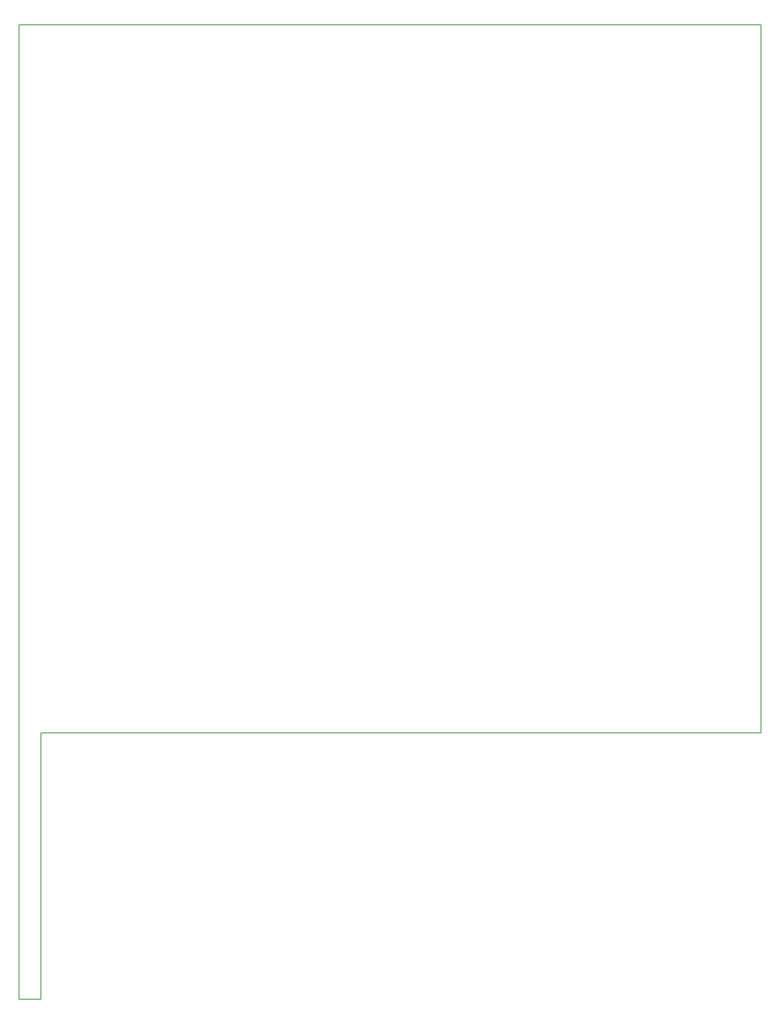
<source format=gbr>
%TF.GenerationSoftware,KiCad,Pcbnew,6.0.1-79c1e3a40b~116~ubuntu21.10.1*%
%TF.CreationDate,2022-02-14T17:54:15+01:00*%
%TF.ProjectId,memory,6d656d6f-7279-42e6-9b69-6361645f7063,v.3*%
%TF.SameCoordinates,Original*%
%TF.FileFunction,Profile,NP*%
%FSLAX46Y46*%
G04 Gerber Fmt 4.6, Leading zero omitted, Abs format (unit mm)*
G04 Created by KiCad (PCBNEW 6.0.1-79c1e3a40b~116~ubuntu21.10.1) date 2022-02-14 17:54:15*
%MOMM*%
%LPD*%
G01*
G04 APERTURE LIST*
%TA.AperFunction,Profile*%
%ADD10C,0.200000*%
%TD*%
G04 APERTURE END LIST*
D10*
X27500000Y-217500000D02*
X23000000Y-217500000D01*
X175000000Y-18000000D02*
X175000000Y-163000000D01*
X175000000Y-163000000D02*
X27500000Y-163000000D01*
X23000000Y-18000000D02*
X175000000Y-18000000D01*
X27500000Y-163000000D02*
X27500000Y-217500000D01*
X23000000Y-18000000D02*
X23000000Y-217500000D01*
M02*

</source>
